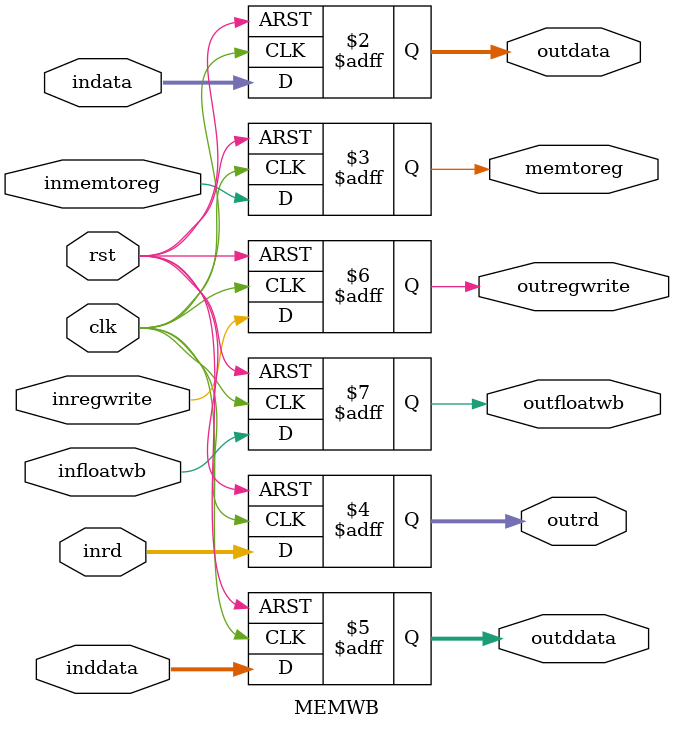
<source format=sv>
module MEMWB(
	input clk,
	input rst,
	input [31:0] indata,
	input inmemtoreg,
	input [4:0] inrd,
	input [31:0] inddata,
	input inregwrite,
	input infloatwb,
	output logic [31:0] outdata,
	output logic memtoreg,
	output logic [4:0] outrd,
	output logic [31:0] outddata,
	output logic outregwrite,
	output logic outfloatwb
);

	always_ff@(posedge clk or posedge rst)begin
		if(rst)begin
			outdata <= 32'd0;
			memtoreg <= 1'd0;
			outrd <= 5'd0;
			outddata <= 32'd0;
			outregwrite <= 1'b0;
			outfloatwb <= 1'b0;
		end else begin
			outdata <= indata;
			memtoreg <= inmemtoreg;
			outrd <= inrd;
			outddata <= inddata;
			outregwrite <= inregwrite;
			outfloatwb <= infloatwb;
		end
	end

endmodule

</source>
